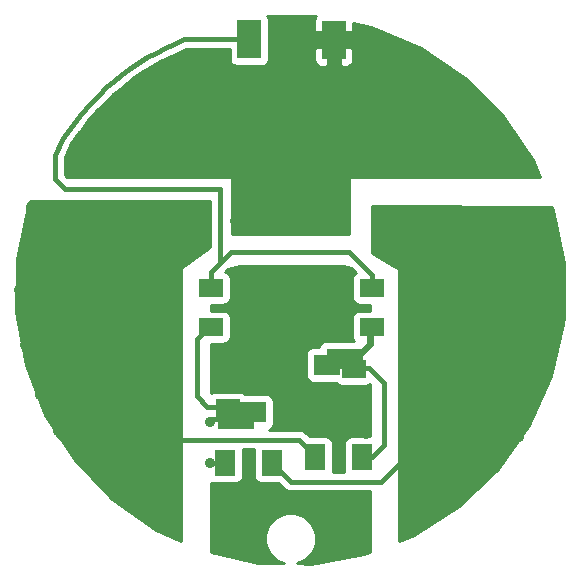
<source format=gtl>
G04 (created by PCBNEW (2013-june-11)-stable) date Tue 21 Jul 2015 11:16:44 AM EDT*
%MOIN*%
G04 Gerber Fmt 3.4, Leading zero omitted, Abs format*
%FSLAX34Y34*%
G01*
G70*
G90*
G04 APERTURE LIST*
%ADD10C,0.00590551*%
%ADD11R,0.35X0.42*%
%ADD12R,0.12X0.07*%
%ADD13C,0.3*%
%ADD14R,0.08X0.13*%
%ADD15R,0.17X0.17*%
%ADD16C,0.035*%
%ADD17C,0.25*%
%ADD18R,0.445X0.094*%
%ADD19R,0.0866X0.0709*%
%ADD20R,0.08X0.06*%
%ADD21R,0.0709X0.0866*%
%ADD22R,0.4X0.094*%
%ADD23C,0.016*%
%ADD24C,0.024*%
%ADD25C,0.032*%
%ADD26C,0.01*%
G04 APERTURE END LIST*
G54D10*
G54D11*
X20325Y-22200D03*
G54D12*
X24075Y-23200D03*
X24075Y-21200D03*
G54D13*
X20425Y-22200D03*
G54D14*
X27340Y-10580D03*
X24520Y-10560D03*
G54D15*
X26100Y-18900D03*
G54D16*
X25450Y-19550D03*
X25450Y-18250D03*
X26750Y-18250D03*
X26750Y-19550D03*
G54D17*
X33400Y-18900D03*
X18400Y-18900D03*
G54D18*
X21000Y-14290D03*
X21000Y-16910D03*
G54D19*
X24650Y-21410D03*
X24650Y-22990D03*
X27100Y-22990D03*
X27100Y-21410D03*
G54D20*
X28600Y-18850D03*
X28600Y-20150D03*
G54D21*
X28290Y-24475D03*
X26710Y-24475D03*
X23710Y-24675D03*
X25290Y-24675D03*
G54D20*
X23800Y-22850D03*
X23800Y-21550D03*
X28000Y-21550D03*
X28000Y-22850D03*
X23250Y-18850D03*
X23250Y-20150D03*
G54D18*
X30800Y-14290D03*
X30800Y-16910D03*
G54D22*
X25900Y-16600D03*
G54D16*
X24900Y-16600D03*
X24050Y-16600D03*
X26900Y-16600D03*
X27750Y-16600D03*
G54D11*
X31450Y-22200D03*
G54D12*
X27700Y-21200D03*
X27700Y-23200D03*
G54D13*
X31350Y-22200D03*
G54D16*
X26000Y-23325D03*
X26000Y-25950D03*
X28650Y-13500D03*
X29350Y-13500D03*
X30050Y-13500D03*
X30750Y-13500D03*
X31450Y-13500D03*
X32150Y-13500D03*
X32850Y-13500D03*
X23300Y-13500D03*
X22700Y-13500D03*
X22000Y-13500D03*
X21300Y-13500D03*
X20600Y-13500D03*
X19900Y-13500D03*
X19200Y-13500D03*
X28400Y-15000D03*
X33200Y-15000D03*
X32400Y-15000D03*
X31600Y-15000D03*
X30800Y-15000D03*
X30000Y-15000D03*
X29200Y-15000D03*
X18600Y-15000D03*
X23400Y-15000D03*
X22600Y-15000D03*
X21800Y-15000D03*
X21000Y-15000D03*
X20200Y-15000D03*
X19400Y-15000D03*
X23450Y-21950D03*
X24150Y-21950D03*
X24150Y-20650D03*
X23450Y-20850D03*
X27500Y-22450D03*
X28400Y-22450D03*
X28400Y-23700D03*
X27550Y-23700D03*
X23200Y-23325D03*
X23200Y-24675D03*
X18900Y-24500D03*
X19650Y-24500D03*
X20400Y-24500D03*
X21150Y-24500D03*
X21900Y-24500D03*
X17050Y-20750D03*
X16850Y-18900D03*
X17250Y-16150D03*
X18150Y-16150D03*
X18950Y-16150D03*
X19750Y-16150D03*
X20550Y-16150D03*
X21350Y-16150D03*
X22150Y-16150D03*
X23000Y-16100D03*
X18150Y-23600D03*
X17550Y-22400D03*
X34200Y-22200D03*
X32950Y-24500D03*
X33500Y-23800D03*
X34700Y-20700D03*
X34900Y-18900D03*
X30550Y-24500D03*
X31350Y-24500D03*
X32150Y-24500D03*
X29750Y-24450D03*
X34500Y-16300D03*
X33600Y-16300D03*
X32750Y-16300D03*
X31950Y-16300D03*
X31150Y-16300D03*
X30350Y-16300D03*
X29550Y-16300D03*
X28750Y-16300D03*
G54D23*
X30050Y-13500D02*
X29350Y-13500D01*
X31450Y-13500D02*
X30750Y-13500D01*
X32850Y-13500D02*
X32150Y-13500D01*
X22000Y-13500D02*
X22700Y-13500D01*
X20600Y-13500D02*
X21300Y-13500D01*
X19200Y-13500D02*
X19900Y-13500D01*
X21000Y-14290D02*
X21000Y-13800D01*
X21000Y-13800D02*
X21300Y-13500D01*
X30800Y-14290D02*
X30800Y-13550D01*
X30800Y-13550D02*
X30750Y-13500D01*
X30800Y-15000D02*
X30800Y-14290D01*
X21000Y-15000D02*
X21000Y-14290D01*
X33200Y-15000D02*
X32400Y-15000D01*
X30800Y-15000D02*
X31600Y-15000D01*
X29200Y-15000D02*
X30000Y-15000D01*
X21800Y-15000D02*
X22600Y-15000D01*
X20200Y-15000D02*
X21000Y-15000D01*
X19400Y-15000D02*
X18600Y-15000D01*
X23450Y-20850D02*
X23450Y-21950D01*
X23700Y-21100D02*
X23700Y-21200D01*
X24150Y-21950D02*
X23450Y-21950D01*
X23700Y-21100D02*
X24150Y-20650D01*
X28000Y-23200D02*
X28000Y-23250D01*
X28400Y-23700D02*
X28400Y-22450D01*
X28000Y-23250D02*
X27550Y-23700D01*
X28290Y-24475D02*
X28625Y-24475D01*
X28625Y-24475D02*
X29025Y-24075D01*
G54D24*
X28550Y-20700D02*
X28550Y-20175D01*
X28550Y-20175D02*
X28600Y-20150D01*
G54D25*
X28000Y-21200D02*
X27360Y-21200D01*
X27360Y-21200D02*
X27150Y-21410D01*
G54D23*
X27360Y-21200D02*
X27150Y-21410D01*
X28050Y-21500D02*
X27700Y-21200D01*
X28500Y-21500D02*
X28050Y-21500D01*
X29025Y-22025D02*
X28500Y-21500D01*
X29025Y-24075D02*
X29025Y-22025D01*
G54D24*
X27700Y-21200D02*
X27700Y-21150D01*
X27700Y-21150D02*
X28100Y-21550D01*
X28100Y-21550D02*
X28100Y-21150D01*
X28100Y-21150D02*
X28550Y-20700D01*
G54D23*
X28100Y-21550D02*
X28000Y-21200D01*
X23250Y-20150D02*
X23175Y-20150D01*
X23900Y-22800D02*
X23800Y-22850D01*
X23125Y-22800D02*
X23900Y-22800D01*
X22775Y-22450D02*
X23125Y-22800D01*
X22775Y-20550D02*
X22775Y-22450D01*
X23175Y-20150D02*
X22775Y-20550D01*
X23710Y-24675D02*
X23200Y-24675D01*
X23325Y-23200D02*
X24000Y-23200D01*
X23200Y-23325D02*
X23325Y-23200D01*
X23700Y-23200D02*
X24000Y-23200D01*
G54D25*
X23700Y-23200D02*
X23740Y-23200D01*
X23700Y-23200D02*
X23700Y-22850D01*
X23700Y-22850D02*
X23840Y-22990D01*
X23840Y-22990D02*
X24700Y-22990D01*
X23950Y-22990D02*
X24200Y-22990D01*
X24200Y-22990D02*
X24700Y-22990D01*
X23740Y-23200D02*
X23950Y-22990D01*
G54D23*
X23200Y-15550D02*
X23550Y-15550D01*
X23550Y-15870D02*
X23550Y-18000D01*
X23550Y-15550D02*
X23550Y-15870D01*
X24000Y-10550D02*
X24520Y-10560D01*
X22350Y-10550D02*
X24000Y-10550D01*
X22000Y-10700D02*
X22350Y-10550D01*
X21700Y-10850D02*
X22000Y-10700D01*
X21400Y-11000D02*
X21700Y-10850D01*
X21100Y-11150D02*
X21400Y-11000D01*
X20800Y-11350D02*
X21100Y-11150D01*
X20500Y-11550D02*
X20800Y-11350D01*
X20250Y-11750D02*
X20500Y-11550D01*
X20000Y-11950D02*
X20250Y-11750D01*
X19750Y-12150D02*
X20000Y-11950D01*
X19500Y-12400D02*
X19750Y-12150D01*
X19200Y-12700D02*
X19500Y-12400D01*
X18900Y-13050D02*
X19200Y-12700D01*
X18600Y-13450D02*
X18900Y-13050D01*
X18300Y-13850D02*
X18600Y-13450D01*
X18050Y-14400D02*
X18300Y-13850D01*
X18050Y-15230D02*
X18050Y-14400D01*
X18370Y-15550D02*
X18050Y-15230D01*
X23230Y-15550D02*
X23200Y-15550D01*
X23200Y-15550D02*
X18370Y-15550D01*
X28600Y-18850D02*
X28600Y-18400D01*
X23900Y-17650D02*
X23550Y-18000D01*
X27850Y-17650D02*
X23900Y-17650D01*
X28600Y-18400D02*
X27850Y-17650D01*
X23250Y-18300D02*
X23250Y-18850D01*
X23550Y-18000D02*
X23250Y-18300D01*
X20250Y-22200D02*
X20250Y-20750D01*
X20250Y-20750D02*
X18400Y-18900D01*
X26710Y-24475D02*
X26710Y-24435D01*
X20225Y-22175D02*
X20250Y-22200D01*
X21950Y-23900D02*
X20225Y-22175D01*
X26175Y-23900D02*
X21950Y-23900D01*
X26710Y-24435D02*
X26175Y-23900D01*
X18150Y-23600D02*
X18150Y-23750D01*
X18150Y-23600D02*
X18150Y-23650D01*
X18150Y-23750D02*
X18900Y-24500D01*
X19650Y-24500D02*
X20400Y-24500D01*
X21150Y-24500D02*
X21900Y-24500D01*
X17050Y-20750D02*
X17550Y-21300D01*
X17150Y-18550D02*
X16850Y-18900D01*
X17250Y-16150D02*
X17150Y-16250D01*
X17150Y-16250D02*
X17150Y-18550D01*
X21000Y-16910D02*
X22290Y-16910D01*
X18950Y-16150D02*
X18150Y-16150D01*
X20550Y-16150D02*
X19750Y-16150D01*
X22150Y-16150D02*
X21350Y-16150D01*
X22290Y-16910D02*
X23000Y-16100D01*
X18400Y-18900D02*
X19010Y-18900D01*
X19010Y-18900D02*
X21000Y-16910D01*
X17550Y-21300D02*
X17550Y-22400D01*
X31475Y-22175D02*
X31450Y-22200D01*
X31475Y-22725D02*
X31475Y-22175D01*
X28900Y-25300D02*
X31475Y-22725D01*
X25900Y-25300D02*
X28900Y-25300D01*
X31450Y-20850D02*
X33400Y-18900D01*
X33900Y-22900D02*
X34200Y-22200D01*
X33500Y-23800D02*
X33900Y-22900D01*
X34700Y-20700D02*
X34700Y-20800D01*
X34700Y-20800D02*
X34900Y-18900D01*
X30550Y-24500D02*
X31350Y-24500D01*
X32150Y-24500D02*
X32950Y-24500D01*
X31450Y-22550D02*
X31450Y-20850D01*
X29650Y-24550D02*
X31450Y-22550D01*
X34500Y-16300D02*
X33600Y-16300D01*
X33600Y-16300D02*
X32750Y-16300D01*
X25290Y-24675D02*
X25290Y-24690D01*
X25290Y-24690D02*
X25900Y-25300D01*
X31950Y-16300D02*
X31150Y-16300D01*
X31000Y-17110D02*
X31150Y-16300D01*
X32790Y-18900D02*
X31000Y-17110D01*
X33400Y-18900D02*
X32790Y-18900D01*
X31150Y-16300D02*
X31000Y-16710D01*
X31000Y-16710D02*
X30800Y-16910D01*
X29550Y-16300D02*
X30350Y-16300D01*
X30800Y-16910D02*
X31410Y-16910D01*
G54D10*
G36*
X23200Y-17474D02*
X22250Y-18174D01*
X22250Y-27265D01*
X21413Y-26900D01*
X19943Y-25878D01*
X18701Y-24591D01*
X17731Y-23087D01*
X17073Y-21424D01*
X16750Y-19664D01*
X16775Y-17875D01*
X17147Y-16124D01*
X17222Y-15950D01*
X23200Y-15950D01*
X23200Y-17474D01*
X23200Y-17474D01*
G37*
G54D26*
X23200Y-17474D02*
X22250Y-18174D01*
X22250Y-27265D01*
X21413Y-26900D01*
X19943Y-25878D01*
X18701Y-24591D01*
X17731Y-23087D01*
X17073Y-21424D01*
X16750Y-19664D01*
X16775Y-17875D01*
X17147Y-16124D01*
X17222Y-15950D01*
X23200Y-15950D01*
X23200Y-17474D01*
G54D10*
G36*
X35010Y-19802D02*
X34984Y-20035D01*
X34585Y-21790D01*
X33857Y-23425D01*
X32826Y-24887D01*
X31530Y-26121D01*
X30019Y-27080D01*
X29500Y-27281D01*
X29500Y-18221D01*
X28600Y-17671D01*
X28600Y-16100D01*
X34619Y-16141D01*
X34662Y-16247D01*
X35010Y-18002D01*
X35010Y-19802D01*
X35010Y-19802D01*
G37*
G54D26*
X35010Y-19802D02*
X34984Y-20035D01*
X34585Y-21790D01*
X33857Y-23425D01*
X32826Y-24887D01*
X31530Y-26121D01*
X30019Y-27080D01*
X29500Y-27281D01*
X29500Y-18221D01*
X28600Y-17671D01*
X28600Y-16100D01*
X34619Y-16141D01*
X34662Y-16247D01*
X35010Y-18002D01*
X35010Y-19802D01*
G54D10*
G36*
X34210Y-15150D02*
X27990Y-15150D01*
X27990Y-11207D01*
X27990Y-10892D01*
X27927Y-10830D01*
X27540Y-10830D01*
X27540Y-11417D01*
X27602Y-11480D01*
X27764Y-11480D01*
X27812Y-11470D01*
X27857Y-11451D01*
X27898Y-11424D01*
X27933Y-11390D01*
X27960Y-11349D01*
X27979Y-11304D01*
X27989Y-11256D01*
X27990Y-11207D01*
X27990Y-15150D01*
X27850Y-15150D01*
X27850Y-17050D01*
X27140Y-17050D01*
X27140Y-11417D01*
X27140Y-10830D01*
X26752Y-10830D01*
X26690Y-10892D01*
X26689Y-11207D01*
X26690Y-11256D01*
X26700Y-11304D01*
X26719Y-11349D01*
X26746Y-11390D01*
X26781Y-11424D01*
X26822Y-11451D01*
X26867Y-11470D01*
X26915Y-11480D01*
X27077Y-11480D01*
X27140Y-11417D01*
X27140Y-17050D01*
X23950Y-17050D01*
X23950Y-15150D01*
X18436Y-15150D01*
X18380Y-15093D01*
X18380Y-14471D01*
X18584Y-14020D01*
X18864Y-13648D01*
X18865Y-13645D01*
X19160Y-13253D01*
X19442Y-12924D01*
X19733Y-12633D01*
X19733Y-12633D01*
X19733Y-12633D01*
X19970Y-12396D01*
X20201Y-12211D01*
X20202Y-12210D01*
X20206Y-12207D01*
X20451Y-12011D01*
X20452Y-12010D01*
X20456Y-12007D01*
X20692Y-11817D01*
X20979Y-11627D01*
X20979Y-11627D01*
X20983Y-11624D01*
X21265Y-11436D01*
X21542Y-11297D01*
X21543Y-11297D01*
X21547Y-11295D01*
X21842Y-11147D01*
X21843Y-11147D01*
X21847Y-11145D01*
X22135Y-11000D01*
X22417Y-10880D01*
X23869Y-10880D01*
X23869Y-11234D01*
X23879Y-11282D01*
X23898Y-11327D01*
X23925Y-11368D01*
X23959Y-11403D01*
X24000Y-11430D01*
X24045Y-11449D01*
X24093Y-11459D01*
X24142Y-11460D01*
X24944Y-11460D01*
X24992Y-11450D01*
X25037Y-11431D01*
X25078Y-11404D01*
X25113Y-11370D01*
X25140Y-11329D01*
X25159Y-11284D01*
X25169Y-11236D01*
X25170Y-11187D01*
X25170Y-9885D01*
X25160Y-9837D01*
X25141Y-9792D01*
X25125Y-9767D01*
X26740Y-9778D01*
X26719Y-9810D01*
X26700Y-9855D01*
X26690Y-9903D01*
X26689Y-9952D01*
X26690Y-10267D01*
X26752Y-10330D01*
X27140Y-10330D01*
X27140Y-10322D01*
X27540Y-10322D01*
X27540Y-10330D01*
X27927Y-10330D01*
X27990Y-10267D01*
X27990Y-10014D01*
X28597Y-10138D01*
X30246Y-10832D01*
X31729Y-11832D01*
X32990Y-13102D01*
X33980Y-14592D01*
X34210Y-15150D01*
X34210Y-15150D01*
G37*
G54D26*
X34210Y-15150D02*
X27990Y-15150D01*
X27990Y-11207D01*
X27990Y-10892D01*
X27927Y-10830D01*
X27540Y-10830D01*
X27540Y-11417D01*
X27602Y-11480D01*
X27764Y-11480D01*
X27812Y-11470D01*
X27857Y-11451D01*
X27898Y-11424D01*
X27933Y-11390D01*
X27960Y-11349D01*
X27979Y-11304D01*
X27989Y-11256D01*
X27990Y-11207D01*
X27990Y-15150D01*
X27850Y-15150D01*
X27850Y-17050D01*
X27140Y-17050D01*
X27140Y-11417D01*
X27140Y-10830D01*
X26752Y-10830D01*
X26690Y-10892D01*
X26689Y-11207D01*
X26690Y-11256D01*
X26700Y-11304D01*
X26719Y-11349D01*
X26746Y-11390D01*
X26781Y-11424D01*
X26822Y-11451D01*
X26867Y-11470D01*
X26915Y-11480D01*
X27077Y-11480D01*
X27140Y-11417D01*
X27140Y-17050D01*
X23950Y-17050D01*
X23950Y-15150D01*
X18436Y-15150D01*
X18380Y-15093D01*
X18380Y-14471D01*
X18584Y-14020D01*
X18864Y-13648D01*
X18865Y-13645D01*
X19160Y-13253D01*
X19442Y-12924D01*
X19733Y-12633D01*
X19733Y-12633D01*
X19733Y-12633D01*
X19970Y-12396D01*
X20201Y-12211D01*
X20202Y-12210D01*
X20206Y-12207D01*
X20451Y-12011D01*
X20452Y-12010D01*
X20456Y-12007D01*
X20692Y-11817D01*
X20979Y-11627D01*
X20979Y-11627D01*
X20983Y-11624D01*
X21265Y-11436D01*
X21542Y-11297D01*
X21543Y-11297D01*
X21547Y-11295D01*
X21842Y-11147D01*
X21843Y-11147D01*
X21847Y-11145D01*
X22135Y-11000D01*
X22417Y-10880D01*
X23869Y-10880D01*
X23869Y-11234D01*
X23879Y-11282D01*
X23898Y-11327D01*
X23925Y-11368D01*
X23959Y-11403D01*
X24000Y-11430D01*
X24045Y-11449D01*
X24093Y-11459D01*
X24142Y-11460D01*
X24944Y-11460D01*
X24992Y-11450D01*
X25037Y-11431D01*
X25078Y-11404D01*
X25113Y-11370D01*
X25140Y-11329D01*
X25159Y-11284D01*
X25169Y-11236D01*
X25170Y-11187D01*
X25170Y-9885D01*
X25160Y-9837D01*
X25141Y-9792D01*
X25125Y-9767D01*
X26740Y-9778D01*
X26719Y-9810D01*
X26700Y-9855D01*
X26690Y-9903D01*
X26689Y-9952D01*
X26690Y-10267D01*
X26752Y-10330D01*
X27140Y-10330D01*
X27140Y-10322D01*
X27540Y-10322D01*
X27540Y-10330D01*
X27927Y-10330D01*
X27990Y-10267D01*
X27990Y-10014D01*
X28597Y-10138D01*
X30246Y-10832D01*
X31729Y-11832D01*
X32990Y-13102D01*
X33980Y-14592D01*
X34210Y-15150D01*
G54D10*
G36*
X28550Y-23791D02*
X27910Y-23791D01*
X27862Y-23801D01*
X27817Y-23820D01*
X27776Y-23847D01*
X27741Y-23881D01*
X27714Y-23922D01*
X27695Y-23967D01*
X27685Y-24015D01*
X27685Y-24064D01*
X27685Y-24932D01*
X27692Y-24970D01*
X27306Y-24970D01*
X27314Y-24934D01*
X27314Y-24885D01*
X27314Y-24017D01*
X27304Y-23969D01*
X27286Y-23924D01*
X27259Y-23883D01*
X27224Y-23848D01*
X27183Y-23821D01*
X27138Y-23802D01*
X27090Y-23792D01*
X27041Y-23791D01*
X26533Y-23791D01*
X26408Y-23666D01*
X26384Y-23647D01*
X26361Y-23627D01*
X26359Y-23626D01*
X26358Y-23625D01*
X26331Y-23611D01*
X26305Y-23596D01*
X26303Y-23596D01*
X26301Y-23595D01*
X26272Y-23586D01*
X26243Y-23577D01*
X26241Y-23577D01*
X26240Y-23576D01*
X26209Y-23573D01*
X26179Y-23570D01*
X26176Y-23570D01*
X26176Y-23570D01*
X26176Y-23570D01*
X26175Y-23570D01*
X25191Y-23570D01*
X25200Y-23566D01*
X25241Y-23539D01*
X25276Y-23504D01*
X25303Y-23463D01*
X25322Y-23418D01*
X25332Y-23370D01*
X25333Y-23321D01*
X25333Y-22610D01*
X25323Y-22562D01*
X25304Y-22517D01*
X25277Y-22476D01*
X25243Y-22441D01*
X25202Y-22414D01*
X25157Y-22395D01*
X25109Y-22385D01*
X25060Y-22385D01*
X24388Y-22385D01*
X24360Y-22356D01*
X24319Y-22329D01*
X24274Y-22310D01*
X24226Y-22300D01*
X24177Y-22299D01*
X23375Y-22299D01*
X23327Y-22309D01*
X23282Y-22328D01*
X23250Y-22349D01*
X23250Y-20700D01*
X23674Y-20700D01*
X23722Y-20690D01*
X23767Y-20671D01*
X23808Y-20644D01*
X23843Y-20610D01*
X23870Y-20569D01*
X23889Y-20524D01*
X23899Y-20476D01*
X23900Y-20427D01*
X23900Y-19825D01*
X23890Y-19777D01*
X23871Y-19732D01*
X23844Y-19691D01*
X23810Y-19656D01*
X23769Y-19629D01*
X23724Y-19610D01*
X23676Y-19600D01*
X23627Y-19599D01*
X23250Y-19599D01*
X23250Y-19400D01*
X23674Y-19400D01*
X23722Y-19390D01*
X23767Y-19371D01*
X23808Y-19344D01*
X23843Y-19310D01*
X23870Y-19269D01*
X23889Y-19224D01*
X23899Y-19176D01*
X23900Y-19127D01*
X23900Y-18525D01*
X23890Y-18477D01*
X23871Y-18432D01*
X23844Y-18391D01*
X23810Y-18356D01*
X23769Y-18329D01*
X23724Y-18310D01*
X23709Y-18307D01*
X23783Y-18233D01*
X23783Y-18233D01*
X23783Y-18233D01*
X23792Y-18224D01*
X24207Y-18100D01*
X27643Y-18100D01*
X27901Y-18167D01*
X28069Y-18336D01*
X28041Y-18355D01*
X28006Y-18389D01*
X27979Y-18430D01*
X27960Y-18475D01*
X27950Y-18523D01*
X27949Y-18572D01*
X27949Y-19174D01*
X27959Y-19222D01*
X27978Y-19267D01*
X28005Y-19308D01*
X28039Y-19343D01*
X28080Y-19370D01*
X28125Y-19389D01*
X28173Y-19399D01*
X28222Y-19400D01*
X28550Y-19400D01*
X28550Y-19599D01*
X28175Y-19599D01*
X28127Y-19609D01*
X28082Y-19628D01*
X28041Y-19655D01*
X28006Y-19689D01*
X27979Y-19730D01*
X27960Y-19775D01*
X27950Y-19823D01*
X27949Y-19872D01*
X27949Y-20474D01*
X27959Y-20522D01*
X27978Y-20567D01*
X27999Y-20599D01*
X27075Y-20599D01*
X27027Y-20609D01*
X26982Y-20628D01*
X26941Y-20655D01*
X26906Y-20689D01*
X26879Y-20730D01*
X26860Y-20775D01*
X26853Y-20805D01*
X26642Y-20805D01*
X26594Y-20815D01*
X26549Y-20833D01*
X26508Y-20860D01*
X26473Y-20895D01*
X26446Y-20936D01*
X26427Y-20981D01*
X26417Y-21029D01*
X26416Y-21078D01*
X26416Y-21789D01*
X26426Y-21837D01*
X26445Y-21882D01*
X26472Y-21923D01*
X26506Y-21958D01*
X26547Y-21985D01*
X26592Y-22004D01*
X26640Y-22014D01*
X26689Y-22014D01*
X27411Y-22014D01*
X27439Y-22043D01*
X27480Y-22070D01*
X27525Y-22089D01*
X27573Y-22099D01*
X27622Y-22100D01*
X28424Y-22100D01*
X28472Y-22090D01*
X28517Y-22071D01*
X28550Y-22050D01*
X28550Y-23791D01*
X28550Y-23791D01*
G37*
G54D26*
X28550Y-23791D02*
X27910Y-23791D01*
X27862Y-23801D01*
X27817Y-23820D01*
X27776Y-23847D01*
X27741Y-23881D01*
X27714Y-23922D01*
X27695Y-23967D01*
X27685Y-24015D01*
X27685Y-24064D01*
X27685Y-24932D01*
X27692Y-24970D01*
X27306Y-24970D01*
X27314Y-24934D01*
X27314Y-24885D01*
X27314Y-24017D01*
X27304Y-23969D01*
X27286Y-23924D01*
X27259Y-23883D01*
X27224Y-23848D01*
X27183Y-23821D01*
X27138Y-23802D01*
X27090Y-23792D01*
X27041Y-23791D01*
X26533Y-23791D01*
X26408Y-23666D01*
X26384Y-23647D01*
X26361Y-23627D01*
X26359Y-23626D01*
X26358Y-23625D01*
X26331Y-23611D01*
X26305Y-23596D01*
X26303Y-23596D01*
X26301Y-23595D01*
X26272Y-23586D01*
X26243Y-23577D01*
X26241Y-23577D01*
X26240Y-23576D01*
X26209Y-23573D01*
X26179Y-23570D01*
X26176Y-23570D01*
X26176Y-23570D01*
X26176Y-23570D01*
X26175Y-23570D01*
X25191Y-23570D01*
X25200Y-23566D01*
X25241Y-23539D01*
X25276Y-23504D01*
X25303Y-23463D01*
X25322Y-23418D01*
X25332Y-23370D01*
X25333Y-23321D01*
X25333Y-22610D01*
X25323Y-22562D01*
X25304Y-22517D01*
X25277Y-22476D01*
X25243Y-22441D01*
X25202Y-22414D01*
X25157Y-22395D01*
X25109Y-22385D01*
X25060Y-22385D01*
X24388Y-22385D01*
X24360Y-22356D01*
X24319Y-22329D01*
X24274Y-22310D01*
X24226Y-22300D01*
X24177Y-22299D01*
X23375Y-22299D01*
X23327Y-22309D01*
X23282Y-22328D01*
X23250Y-22349D01*
X23250Y-20700D01*
X23674Y-20700D01*
X23722Y-20690D01*
X23767Y-20671D01*
X23808Y-20644D01*
X23843Y-20610D01*
X23870Y-20569D01*
X23889Y-20524D01*
X23899Y-20476D01*
X23900Y-20427D01*
X23900Y-19825D01*
X23890Y-19777D01*
X23871Y-19732D01*
X23844Y-19691D01*
X23810Y-19656D01*
X23769Y-19629D01*
X23724Y-19610D01*
X23676Y-19600D01*
X23627Y-19599D01*
X23250Y-19599D01*
X23250Y-19400D01*
X23674Y-19400D01*
X23722Y-19390D01*
X23767Y-19371D01*
X23808Y-19344D01*
X23843Y-19310D01*
X23870Y-19269D01*
X23889Y-19224D01*
X23899Y-19176D01*
X23900Y-19127D01*
X23900Y-18525D01*
X23890Y-18477D01*
X23871Y-18432D01*
X23844Y-18391D01*
X23810Y-18356D01*
X23769Y-18329D01*
X23724Y-18310D01*
X23709Y-18307D01*
X23783Y-18233D01*
X23783Y-18233D01*
X23783Y-18233D01*
X23792Y-18224D01*
X24207Y-18100D01*
X27643Y-18100D01*
X27901Y-18167D01*
X28069Y-18336D01*
X28041Y-18355D01*
X28006Y-18389D01*
X27979Y-18430D01*
X27960Y-18475D01*
X27950Y-18523D01*
X27949Y-18572D01*
X27949Y-19174D01*
X27959Y-19222D01*
X27978Y-19267D01*
X28005Y-19308D01*
X28039Y-19343D01*
X28080Y-19370D01*
X28125Y-19389D01*
X28173Y-19399D01*
X28222Y-19400D01*
X28550Y-19400D01*
X28550Y-19599D01*
X28175Y-19599D01*
X28127Y-19609D01*
X28082Y-19628D01*
X28041Y-19655D01*
X28006Y-19689D01*
X27979Y-19730D01*
X27960Y-19775D01*
X27950Y-19823D01*
X27949Y-19872D01*
X27949Y-20474D01*
X27959Y-20522D01*
X27978Y-20567D01*
X27999Y-20599D01*
X27075Y-20599D01*
X27027Y-20609D01*
X26982Y-20628D01*
X26941Y-20655D01*
X26906Y-20689D01*
X26879Y-20730D01*
X26860Y-20775D01*
X26853Y-20805D01*
X26642Y-20805D01*
X26594Y-20815D01*
X26549Y-20833D01*
X26508Y-20860D01*
X26473Y-20895D01*
X26446Y-20936D01*
X26427Y-20981D01*
X26417Y-21029D01*
X26416Y-21078D01*
X26416Y-21789D01*
X26426Y-21837D01*
X26445Y-21882D01*
X26472Y-21923D01*
X26506Y-21958D01*
X26547Y-21985D01*
X26592Y-22004D01*
X26640Y-22014D01*
X26689Y-22014D01*
X27411Y-22014D01*
X27439Y-22043D01*
X27480Y-22070D01*
X27525Y-22089D01*
X27573Y-22099D01*
X27622Y-22100D01*
X28424Y-22100D01*
X28472Y-22090D01*
X28517Y-22071D01*
X28550Y-22050D01*
X28550Y-23791D01*
G54D10*
G36*
X28550Y-27650D02*
X28351Y-27727D01*
X26589Y-28038D01*
X26100Y-28027D01*
X26129Y-28022D01*
X26285Y-27962D01*
X26425Y-27873D01*
X26546Y-27758D01*
X26642Y-27621D01*
X26710Y-27469D01*
X26747Y-27307D01*
X26750Y-27116D01*
X26717Y-26953D01*
X26654Y-26799D01*
X26561Y-26660D01*
X26444Y-26541D01*
X26306Y-26448D01*
X26152Y-26384D01*
X25989Y-26350D01*
X25822Y-26349D01*
X25658Y-26380D01*
X25504Y-26443D01*
X25364Y-26534D01*
X25245Y-26650D01*
X25151Y-26788D01*
X25085Y-26941D01*
X25051Y-27104D01*
X25048Y-27271D01*
X25078Y-27435D01*
X25140Y-27590D01*
X25230Y-27730D01*
X25346Y-27850D01*
X25483Y-27945D01*
X25636Y-28012D01*
X25665Y-28018D01*
X24800Y-28000D01*
X23250Y-27659D01*
X23250Y-25334D01*
X23281Y-25347D01*
X23329Y-25357D01*
X23378Y-25358D01*
X24089Y-25358D01*
X24137Y-25348D01*
X24182Y-25329D01*
X24223Y-25302D01*
X24258Y-25268D01*
X24285Y-25227D01*
X24304Y-25182D01*
X24314Y-25134D01*
X24314Y-25085D01*
X24314Y-24230D01*
X24685Y-24230D01*
X24685Y-24264D01*
X24685Y-25132D01*
X24695Y-25180D01*
X24713Y-25225D01*
X24740Y-25266D01*
X24775Y-25301D01*
X24816Y-25328D01*
X24861Y-25347D01*
X24909Y-25357D01*
X24958Y-25358D01*
X25491Y-25358D01*
X25666Y-25533D01*
X25690Y-25552D01*
X25713Y-25572D01*
X25715Y-25573D01*
X25716Y-25574D01*
X25743Y-25588D01*
X25769Y-25603D01*
X25771Y-25603D01*
X25773Y-25604D01*
X25802Y-25613D01*
X25831Y-25622D01*
X25833Y-25622D01*
X25834Y-25623D01*
X25865Y-25626D01*
X25895Y-25629D01*
X25898Y-25629D01*
X25898Y-25629D01*
X25898Y-25629D01*
X25900Y-25630D01*
X28550Y-25630D01*
X28550Y-27650D01*
X28550Y-27650D01*
G37*
G54D26*
X28550Y-27650D02*
X28351Y-27727D01*
X26589Y-28038D01*
X26100Y-28027D01*
X26129Y-28022D01*
X26285Y-27962D01*
X26425Y-27873D01*
X26546Y-27758D01*
X26642Y-27621D01*
X26710Y-27469D01*
X26747Y-27307D01*
X26750Y-27116D01*
X26717Y-26953D01*
X26654Y-26799D01*
X26561Y-26660D01*
X26444Y-26541D01*
X26306Y-26448D01*
X26152Y-26384D01*
X25989Y-26350D01*
X25822Y-26349D01*
X25658Y-26380D01*
X25504Y-26443D01*
X25364Y-26534D01*
X25245Y-26650D01*
X25151Y-26788D01*
X25085Y-26941D01*
X25051Y-27104D01*
X25048Y-27271D01*
X25078Y-27435D01*
X25140Y-27590D01*
X25230Y-27730D01*
X25346Y-27850D01*
X25483Y-27945D01*
X25636Y-28012D01*
X25665Y-28018D01*
X24800Y-28000D01*
X23250Y-27659D01*
X23250Y-25334D01*
X23281Y-25347D01*
X23329Y-25357D01*
X23378Y-25358D01*
X24089Y-25358D01*
X24137Y-25348D01*
X24182Y-25329D01*
X24223Y-25302D01*
X24258Y-25268D01*
X24285Y-25227D01*
X24304Y-25182D01*
X24314Y-25134D01*
X24314Y-25085D01*
X24314Y-24230D01*
X24685Y-24230D01*
X24685Y-24264D01*
X24685Y-25132D01*
X24695Y-25180D01*
X24713Y-25225D01*
X24740Y-25266D01*
X24775Y-25301D01*
X24816Y-25328D01*
X24861Y-25347D01*
X24909Y-25357D01*
X24958Y-25358D01*
X25491Y-25358D01*
X25666Y-25533D01*
X25690Y-25552D01*
X25713Y-25572D01*
X25715Y-25573D01*
X25716Y-25574D01*
X25743Y-25588D01*
X25769Y-25603D01*
X25771Y-25603D01*
X25773Y-25604D01*
X25802Y-25613D01*
X25831Y-25622D01*
X25833Y-25622D01*
X25834Y-25623D01*
X25865Y-25626D01*
X25895Y-25629D01*
X25898Y-25629D01*
X25898Y-25629D01*
X25898Y-25629D01*
X25900Y-25630D01*
X28550Y-25630D01*
X28550Y-27650D01*
M02*

</source>
